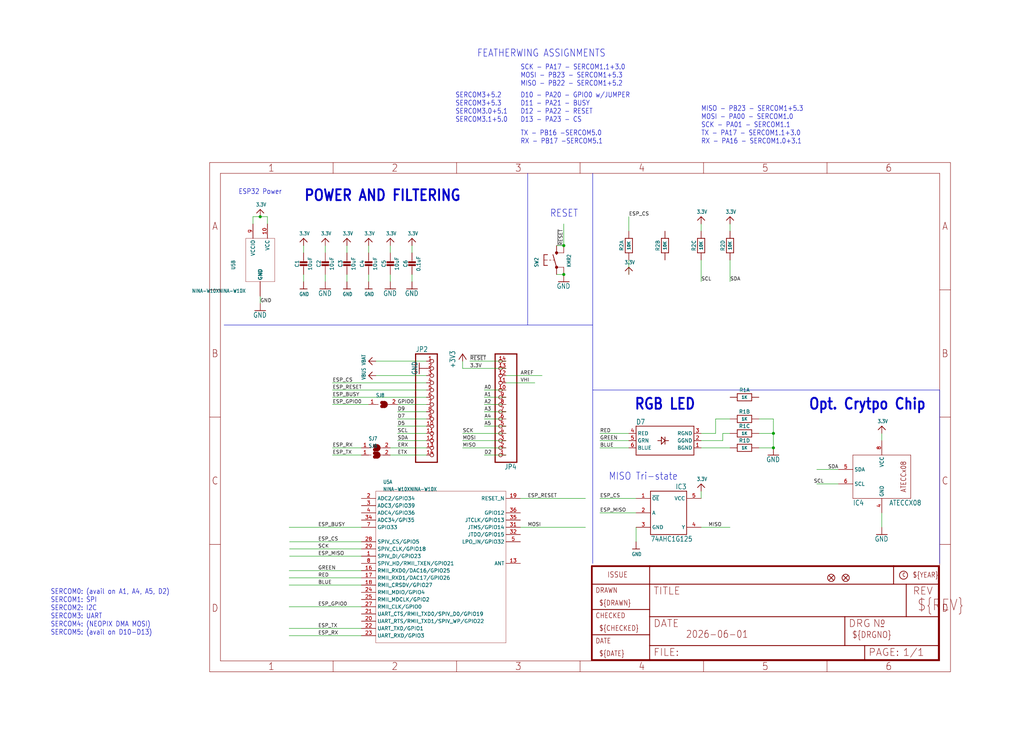
<source format=kicad_sch>
(kicad_sch (version 20230121) (generator eeschema)
  (paper "User" 359.842 257.429)
  (lib_symbols
    (symbol "working-eagle-import:+3V3" (power)
      (property "Value" "+3V3" (at -2.54 -5.08 90))
      (symbol "+3V3_1_0"
        (polyline (pts (xy 0 0) (xy -1.27 -1.905)) (stroke (width 0.254)))
        (polyline (pts (xy 1.27 -1.905) (xy 0 0)) (stroke (width 0.254)))
        (pin power_in line (at 0 -2.54 90) (length 2.54) (name "+3V3") (number "1"))
      )
    )
    (symbol "working-eagle-import:3.3V" (power)
      (property "Value" "3.3V" (at -1.524 1.016 0))
      (symbol "3.3V_1_0"
        (polyline (pts (xy -1.27 -1.27) (xy 0 0)) (stroke (width 0.254)))
        (polyline (pts (xy 0 0) (xy 1.27 -1.27)) (stroke (width 0.254)))
        (pin power_in line (at 0 -2.54 90) (length 2.54) (name "3.3V") (number "1"))
      )
    )
    (symbol "working-eagle-import:74AHC1G125"
      (property "Reference" "IC" (at 7.62 10.16 0))
      (symbol "74AHC1G125_1_0"
        (polyline (pts (xy -5.08 -7.62) (xy -5.08 7.62)) (stroke (width 0.254)))
        (polyline (pts (xy -5.08 7.62) (xy 7.62 7.62)) (stroke (width 0.254)))
        (polyline (pts (xy 7.62 -7.62) (xy -5.08 -7.62)) (stroke (width 0.254)))
        (polyline (pts (xy 7.62 7.62) (xy 7.62 -7.62)) (stroke (width 0.254)))
        (pin input line (at -10.16 5.08 0) (length 5.08) (name "~{OE}") (number "1"))
        (pin input line (at -10.16 0 0) (length 5.08) (name "A") (number "2"))
        (pin power_in line (at -10.16 -5.08 0) (length 5.08) (name "GND") (number "3"))
        (pin output line (at 12.7 -5.08 180) (length 5.08) (name "Y") (number "4"))
        (pin power_in line (at 12.7 5.08 180) (length 5.08) (name "VCC") (number "5"))
      )
    )
    (symbol "working-eagle-import:ATECCX08"
      (property "Reference" "IC" (at -10.16 -10.16 0))
      (symbol "ATECCX08_1_0"
        (polyline (pts (xy -10.16 -7.62) (xy -10.16 7.62)) (stroke (width 0.1524)))
        (polyline (pts (xy -10.16 7.62) (xy 10.16 7.62)) (stroke (width 0.1524)))
        (polyline (pts (xy 10.16 -7.62) (xy -10.16 -7.62)) (stroke (width 0.1524)))
        (polyline (pts (xy 10.16 7.62) (xy 10.16 -7.62)) (stroke (width 0.1524)))
        (text "ATECCx08" (at 7.62 0 900) (effects (font (size 1.778 1.5113))))
        (pin power_in line (at 0 -12.7 90) (length 5.08) (name "GND") (number "4"))
        (pin bidirectional line (at -15.24 2.54 0) (length 5.08) (name "SDA") (number "5"))
        (pin bidirectional line (at -15.24 -2.54 0) (length 5.08) (name "SCL") (number "6"))
        (pin power_in line (at 0 12.7 270) (length 5.08) (name "VCC") (number "8"))
      )
    )
    (symbol "working-eagle-import:CAP_CERAMIC0603_NO"
      (property "Reference" "C" (at -2.29 1.25 90))
      (symbol "CAP_CERAMIC0603_NO_1_0"
        (rectangle (start -1.27 0.508) (end 1.27 1.016) (fill (type outline)))
        (rectangle (start -1.27 1.524) (end 1.27 2.032) (fill (type outline)))
        (polyline (pts (xy 0 0.762) (xy 0 0)) (stroke (width 0.1524)))
        (polyline (pts (xy 0 2.54) (xy 0 1.778)) (stroke (width 0.1524)))
        (pin passive line (at 0 5.08 270) (length 2.54) (name "1") (number "1"))
        (pin passive line (at 0 -2.54 90) (length 2.54) (name "2") (number "2"))
      )
    )
    (symbol "working-eagle-import:CAP_CERAMIC0805-NOOUTLINE"
      (property "Reference" "C" (at -2.29 1.25 90))
      (symbol "CAP_CERAMIC0805-NOOUTLINE_1_0"
        (rectangle (start -1.27 0.508) (end 1.27 1.016) (fill (type outline)))
        (rectangle (start -1.27 1.524) (end 1.27 2.032) (fill (type outline)))
        (polyline (pts (xy 0 0.762) (xy 0 0)) (stroke (width 0.1524)))
        (polyline (pts (xy 0 2.54) (xy 0 1.778)) (stroke (width 0.1524)))
        (pin passive line (at 0 5.08 270) (length 2.54) (name "1") (number "1"))
        (pin passive line (at 0 -2.54 90) (length 2.54) (name "2") (number "2"))
      )
    )
    (symbol "working-eagle-import:FIDUCIAL_1MM"
      (symbol "FIDUCIAL_1MM_1_0"
        (polyline (pts (xy -0.762 0.762) (xy 0.762 -0.762)) (stroke (width 0.254)))
        (polyline (pts (xy 0.762 0.762) (xy -0.762 -0.762)) (stroke (width 0.254)))
        (circle (center 0 0) (radius 1.27) (stroke (width 0.254)))
      )
    )
    (symbol "working-eagle-import:FRAME_A4"
      (symbol "FRAME_A4_1_0"
        (polyline (pts (xy 0 44.7675) (xy 3.81 44.7675)))
        (polyline (pts (xy 0 89.535) (xy 3.81 89.535)))
        (polyline (pts (xy 0 134.3025) (xy 3.81 134.3025)))
        (polyline (pts (xy 3.81 3.81) (xy 3.81 175.26)))
        (polyline (pts (xy 43.3917 0) (xy 43.3917 3.81)))
        (polyline (pts (xy 43.3917 175.26) (xy 43.3917 179.07)))
        (polyline (pts (xy 86.7833 0) (xy 86.7833 3.81)))
        (polyline (pts (xy 86.7833 175.26) (xy 86.7833 179.07)))
        (polyline (pts (xy 130.175 0) (xy 130.175 3.81)))
        (polyline (pts (xy 130.175 175.26) (xy 130.175 179.07)))
        (polyline (pts (xy 173.5667 0) (xy 173.5667 3.81)))
        (polyline (pts (xy 173.5667 175.26) (xy 173.5667 179.07)))
        (polyline (pts (xy 216.9583 0) (xy 216.9583 3.81)))
        (polyline (pts (xy 216.9583 175.26) (xy 216.9583 179.07)))
        (polyline (pts (xy 256.54 3.81) (xy 3.81 3.81)))
        (polyline (pts (xy 256.54 3.81) (xy 256.54 8.89)) (stroke (width 0.1016)))
        (polyline (pts (xy 256.54 3.81) (xy 256.54 175.26)))
        (polyline (pts (xy 256.54 8.89) (xy 256.54 13.97)) (stroke (width 0.1016)))
        (polyline (pts (xy 256.54 13.97) (xy 256.54 19.05)) (stroke (width 0.1016)))
        (polyline (pts (xy 256.54 19.05) (xy 256.54 36.83)) (stroke (width 0.1016)))
        (polyline (pts (xy 256.54 44.7675) (xy 260.35 44.7675)))
        (polyline (pts (xy 256.54 89.535) (xy 260.35 89.535)))
        (polyline (pts (xy 256.54 134.3025) (xy 260.35 134.3025)))
        (polyline (pts (xy 256.54 175.26) (xy 3.81 175.26)))
        (polyline (pts (xy 0 0) (xy 260.35 0) (xy 260.35 179.07) (xy 0 179.07) (xy 0 0)))
        (text "1" (at 21.6958 1.905 0) (effects (font (size 2.54 2.286))))
        (text "1" (at 21.6958 177.165 0) (effects (font (size 2.54 2.286))))
        (text "2" (at 65.0875 1.905 0) (effects (font (size 2.54 2.286))))
        (text "2" (at 65.0875 177.165 0) (effects (font (size 2.54 2.286))))
        (text "3" (at 108.4792 1.905 0) (effects (font (size 2.54 2.286))))
        (text "3" (at 108.4792 177.165 0) (effects (font (size 2.54 2.286))))
        (text "4" (at 151.8708 1.905 0) (effects (font (size 2.54 2.286))))
        (text "4" (at 151.8708 177.165 0) (effects (font (size 2.54 2.286))))
        (text "5" (at 195.2625 1.905 0) (effects (font (size 2.54 2.286))))
        (text "5" (at 195.2625 177.165 0) (effects (font (size 2.54 2.286))))
        (text "6" (at 238.6542 1.905 0) (effects (font (size 2.54 2.286))))
        (text "6" (at 238.6542 177.165 0) (effects (font (size 2.54 2.286))))
        (text "A" (at 1.905 156.6863 0) (effects (font (size 2.54 2.286))))
        (text "A" (at 258.445 156.6863 0) (effects (font (size 2.54 2.286))))
        (text "B" (at 1.905 111.9188 0) (effects (font (size 2.54 2.286))))
        (text "B" (at 258.445 111.9188 0) (effects (font (size 2.54 2.286))))
        (text "C" (at 1.905 67.1513 0) (effects (font (size 2.54 2.286))))
        (text "C" (at 258.445 67.1513 0) (effects (font (size 2.54 2.286))))
        (text "D" (at 1.905 22.3838 0) (effects (font (size 2.54 2.286))))
        (text "D" (at 258.445 22.3838 0) (effects (font (size 2.54 2.286))))
      )
      (symbol "FRAME_A4_2_0"
        (polyline (pts (xy -0.3048 1.5748) (xy 20.0152 1.5748)) (stroke (width 0.6096)))
        (polyline (pts (xy -0.3048 10.4648) (xy -0.3048 1.5748)) (stroke (width 0.6096)))
        (polyline (pts (xy -0.3048 10.4648) (xy 20.0152 10.4648)) (stroke (width 0.3048)))
        (polyline (pts (xy -0.3048 19.3548) (xy -0.3048 10.4648)) (stroke (width 0.6096)))
        (polyline (pts (xy -0.3048 19.3548) (xy 20.0152 19.3548)) (stroke (width 0.3048)))
        (polyline (pts (xy -0.3048 28.2448) (xy -0.3048 19.3548)) (stroke (width 0.6096)))
        (polyline (pts (xy -0.3048 28.2448) (xy 20.0152 28.2448)) (stroke (width 0.3048)))
        (polyline (pts (xy -0.3048 34.5948) (xy -0.3048 28.2448)) (stroke (width 0.6096)))
        (polyline (pts (xy 20.0152 1.5748) (xy 20.0152 6.6548)) (stroke (width 0.3048)))
        (polyline (pts (xy 20.0152 1.5748) (xy 95.5802 1.5748)) (stroke (width 0.6096)))
        (polyline (pts (xy 20.0152 6.6548) (xy 20.0152 10.4648)) (stroke (width 0.3048)))
        (polyline (pts (xy 20.0152 6.6548) (xy 88.5952 6.6548)) (stroke (width 0.3048)))
        (polyline (pts (xy 20.0152 10.4648) (xy 20.0152 16.8148)) (stroke (width 0.3048)))
        (polyline (pts (xy 20.0152 16.8148) (xy 20.0152 19.3548)) (stroke (width 0.3048)))
        (polyline (pts (xy 20.0152 19.3548) (xy 20.0152 28.2448)) (stroke (width 0.3048)))
        (polyline (pts (xy 20.0152 28.2448) (xy 20.0152 34.5948)) (stroke (width 0.3048)))
        (polyline (pts (xy 20.0152 28.2448) (xy 105.7402 28.2448)) (stroke (width 0.3048)))
        (polyline (pts (xy 20.0152 34.5948) (xy -0.3048 34.5948)) (stroke (width 0.6096)))
        (polyline (pts (xy 88.5952 6.6548) (xy 95.5802 6.6548)) (stroke (width 0.3048)))
        (polyline (pts (xy 88.5952 16.8148) (xy 20.0152 16.8148)) (stroke (width 0.3048)))
        (polyline (pts (xy 88.5952 16.8148) (xy 88.5952 6.6548)) (stroke (width 0.3048)))
        (polyline (pts (xy 95.5802 1.5748) (xy 121.6152 1.5748)) (stroke (width 0.6096)))
        (polyline (pts (xy 95.5802 6.6548) (xy 95.5802 1.5748)) (stroke (width 0.3048)))
        (polyline (pts (xy 95.5802 6.6548) (xy 121.6152 6.6548)) (stroke (width 0.3048)))
        (polyline (pts (xy 101.2952 13.3223) (xy 102.2477 13.3223)) (stroke (width 0.254)))
        (polyline (pts (xy 105.7402 28.2448) (xy 105.7402 34.5948)) (stroke (width 0.3048)))
        (polyline (pts (xy 105.7402 28.2448) (xy 110.1852 28.2448)) (stroke (width 0.3048)))
        (polyline (pts (xy 105.7402 34.5948) (xy 20.0152 34.5948)) (stroke (width 0.6096)))
        (polyline (pts (xy 110.1852 16.8148) (xy 88.5952 16.8148)) (stroke (width 0.3048)))
        (polyline (pts (xy 110.1852 28.2448) (xy 110.1852 16.8148)) (stroke (width 0.3048)))
        (polyline (pts (xy 110.1852 28.2448) (xy 121.6152 28.2448)) (stroke (width 0.3048)))
        (polyline (pts (xy 121.6152 6.6548) (xy 121.6152 1.5748)) (stroke (width 0.6096)))
        (polyline (pts (xy 121.6152 16.8148) (xy 110.1852 16.8148)) (stroke (width 0.3048)))
        (polyline (pts (xy 121.6152 16.8148) (xy 121.6152 6.6548)) (stroke (width 0.6096)))
        (polyline (pts (xy 121.6152 28.2448) (xy 121.6152 16.8148)) (stroke (width 0.6096)))
        (polyline (pts (xy 121.6152 34.5948) (xy 105.7402 34.5948)) (stroke (width 0.6096)))
        (polyline (pts (xy 121.6152 34.5948) (xy 121.6152 28.2448)) (stroke (width 0.6096)))
        (circle (center 109.2327 31.4198) (radius 1.4199) (stroke (width 0.254)))
        (text "${#}/${##}" (at 108.9152 2.8448 0) (effects (font (size 2.54 2.54)) (justify left bottom)))
        (text "${CHECKED}" (at 2.2352 11.7348 0) (effects (font (size 1.778 1.5113)) (justify left bottom)))
        (text "${COMPANY}" (at 23.349 29.6735 0) (effects (font (size 3.175 2.6987) (thickness 0.5397) bold) (justify left bottom)))
        (text "${CURRENT_DATE}" (at 32.7152 9.1948 0) (effects (font (size 2.54 2.159)) (justify left bottom)))
        (text "${DATE}" (at 2.2352 2.8448 0) (effects (font (size 1.778 1.5113)) (justify left bottom)))
        (text "${DRAWN}" (at 2.2352 20.6248 0) (effects (font (size 1.778 1.5113)) (justify left bottom)))
        (text "${DRGNO}" (at 91.1352 9.1948 0) (effects (font (size 2.1844 1.8567)) (justify left bottom)))
        (text "${PROJECTNAME}" (at 33.0327 2.8448 0) (effects (font (size 2.54 2.159)) (justify left bottom)))
        (text "${REV}" (at 113.9952 18.7198 0) (effects (font (size 3.81 3.2385)) (justify left bottom)))
        (text "${YEAR}" (at 112.4077 30.4673 0) (effects (font (size 1.778 1.5113)) (justify left bottom)))
        (text "C" (at 108.7564 30.7848 0) (effects (font (size 1.27 1.0795)) (justify left bottom)))
        (text "CHECKED" (at 0.9652 16.1798 0) (effects (font (size 1.778 1.5113)) (justify left bottom)))
        (text "DATE" (at 0.9652 7.2898 0) (effects (font (size 1.778 1.5113)) (justify left bottom)))
        (text "DATE" (at 21.2852 13.0048 0) (effects (font (size 2.54 2.54)) (justify left bottom)))
        (text "DRAWN" (at 0.9652 25.0698 0) (effects (font (size 1.778 1.5113)) (justify left bottom)))
        (text "DRG" (at 89.8652 13.0048 0) (effects (font (size 2.54 2.54)) (justify left bottom)))
        (text "FILE:" (at 21.2852 2.8448 0) (effects (font (size 2.54 2.54)) (justify left bottom)))
        (text "ISSUE" (at 5.0927 30.4673 0) (effects (font (size 1.9304 1.6408)) (justify left bottom)))
        (text "N" (at 98.4377 13.0048 0) (effects (font (size 2.54 2.54)) (justify left bottom)))
        (text "o" (at 100.9777 13.9573 0) (effects (font (size 2.1844 1.8567)) (justify left bottom)))
        (text "PAGE:" (at 96.8502 2.8448 0) (effects (font (size 2.54 2.54)) (justify left bottom)))
        (text "REV" (at 112.4077 24.4348 0) (effects (font (size 2.54 2.54)) (justify left bottom)))
        (text "TITLE" (at 21.2852 24.4348 0) (effects (font (size 2.54 2.54)) (justify left bottom)))
      )
    )
    (symbol "working-eagle-import:GND" (power)
      (property "Value" "GND" (at -1.524 -2.54 0))
      (symbol "GND_1_0"
        (polyline (pts (xy -1.27 0) (xy 1.27 0)) (stroke (width 0.254)))
        (pin power_in line (at 0 2.54 270) (length 2.54) (name "GND") (number "1"))
      )
    )
    (symbol "working-eagle-import:HEADER-1X14"
      (property "Reference" "JP" (at -6.35 20.955 0))
      (symbol "HEADER-1X14_1_0"
        (polyline (pts (xy -6.35 -17.78) (xy 1.27 -17.78)) (stroke (width 0.4064)))
        (polyline (pts (xy -6.35 20.32) (xy -6.35 -17.78)) (stroke (width 0.4064)))
        (polyline (pts (xy 1.27 -17.78) (xy 1.27 20.32)) (stroke (width 0.4064)))
        (polyline (pts (xy 1.27 20.32) (xy -6.35 20.32)) (stroke (width 0.4064)))
        (pin passive inverted (at -2.54 17.78 0) (length 2.54) (name "1") (number "1"))
        (pin passive inverted (at -2.54 -5.08 0) (length 2.54) (name "10") (number "10"))
        (pin passive inverted (at -2.54 -7.62 0) (length 2.54) (name "11") (number "11"))
        (pin passive inverted (at -2.54 -10.16 0) (length 2.54) (name "12") (number "12"))
        (pin passive inverted (at -2.54 -12.7 0) (length 2.54) (name "13") (number "13"))
        (pin passive inverted (at -2.54 -15.24 0) (length 2.54) (name "14") (number "14"))
        (pin passive inverted (at -2.54 15.24 0) (length 2.54) (name "2") (number "2"))
        (pin passive inverted (at -2.54 12.7 0) (length 2.54) (name "3") (number "3"))
        (pin passive inverted (at -2.54 10.16 0) (length 2.54) (name "4") (number "4"))
        (pin passive inverted (at -2.54 7.62 0) (length 2.54) (name "5") (number "5"))
        (pin passive inverted (at -2.54 5.08 0) (length 2.54) (name "6") (number "6"))
        (pin passive inverted (at -2.54 2.54 0) (length 2.54) (name "7") (number "7"))
        (pin passive inverted (at -2.54 0 0) (length 2.54) (name "8") (number "8"))
        (pin passive inverted (at -2.54 -2.54 0) (length 2.54) (name "9") (number "9"))
      )
    )
    (symbol "working-eagle-import:LED_RGB_PLCC63535"
      (property "Reference" "D" (at -10.16 5.588 0))
      (symbol "LED_RGB_PLCC63535_1_0"
        (polyline (pts (xy -10.16 -5.08) (xy -10.16 5.08)) (stroke (width 0.254)))
        (polyline (pts (xy -10.16 5.08) (xy 10.16 5.08)) (stroke (width 0.254)))
        (polyline (pts (xy -1.27 -1.27) (xy 0 0)) (stroke (width 0.254)))
        (polyline (pts (xy -1.27 0) (xy -2.54 0)) (stroke (width 0.254)))
        (polyline (pts (xy -1.27 0) (xy -1.27 -1.27)) (stroke (width 0.254)))
        (polyline (pts (xy -1.27 1.27) (xy -1.27 0)) (stroke (width 0.254)))
        (polyline (pts (xy 0 0) (xy -1.27 1.27)) (stroke (width 0.254)))
        (polyline (pts (xy 0 0) (xy 0 -1.27)) (stroke (width 0.254)))
        (polyline (pts (xy 0 0) (xy 1.27 0)) (stroke (width 0.254)))
        (polyline (pts (xy 0 1.27) (xy 0 0)) (stroke (width 0.254)))
        (polyline (pts (xy 10.16 -5.08) (xy -10.16 -5.08)) (stroke (width 0.254)))
        (polyline (pts (xy 10.16 5.08) (xy 10.16 -5.08)) (stroke (width 0.254)))
        (pin power_in line (at 12.7 -2.54 180) (length 2.54) (name "BGND") (number "1"))
        (pin power_in line (at 12.7 0 180) (length 2.54) (name "GGND") (number "2"))
        (pin power_in line (at 12.7 2.54 180) (length 2.54) (name "RGND") (number "3"))
        (pin bidirectional line (at -12.7 2.54 0) (length 2.54) (name "RED") (number "4"))
        (pin bidirectional line (at -12.7 0 0) (length 2.54) (name "GRN") (number "5"))
        (pin bidirectional line (at -12.7 -2.54 0) (length 2.54) (name "BLUE") (number "6"))
      )
    )
    (symbol "working-eagle-import:NINA-W10XNINA-W10X"
      (property "Reference" "U" (at 2.54 -10.16 0))
      (symbol "NINA-W10XNINA-W10X_1_0"
        (polyline (pts (xy -22.86 -27.94) (xy 22.86 -27.94)) (stroke (width 0.1)))
        (polyline (pts (xy -22.86 25.4) (xy -22.86 -27.94)) (stroke (width 0.1)))
        (polyline (pts (xy 22.86 -27.94) (xy 22.86 25.4)) (stroke (width 0.1)))
        (polyline (pts (xy 22.86 25.4) (xy -22.86 25.4)) (stroke (width 0.1)))
        (pin bidirectional line (at -27.94 2.54 0) (length 5.08) (name "SPIV_DI/GPIO23") (number "1"))
        (pin bidirectional line (at 27.94 0 180) (length 5.08) (name "ANT") (number "13"))
        (pin bidirectional line (at -27.94 -2.54 0) (length 5.08) (name "RMII_RXD0/DAC16/GPIO25") (number "16"))
        (pin bidirectional line (at -27.94 -5.08 0) (length 5.08) (name "RMII_RXD1/DAC17/GPIO26") (number "17"))
        (pin bidirectional line (at -27.94 -7.62 0) (length 5.08) (name "RMII_CRSDV/GPIO27") (number "18"))
        (pin bidirectional line (at 27.94 22.86 180) (length 5.08) (name "RESET_N") (number "19"))
        (pin bidirectional line (at -27.94 22.86 0) (length 5.08) (name "ADC2/GPIO34") (number "2"))
        (pin bidirectional line (at -27.94 -20.32 0) (length 5.08) (name "UART_RTS/RMII_TXD1/SPIV_WP/GPIO22") (number "20"))
        (pin bidirectional line (at -27.94 -17.78 0) (length 5.08) (name "UART_CTS/RMII_TXD0/SPIV_D0/GPIO19") (number "21"))
        (pin bidirectional line (at -27.94 -22.86 0) (length 5.08) (name "UART_TXD/GPIO1") (number "22"))
        (pin bidirectional line (at -27.94 -25.4 0) (length 5.08) (name "UART_RXD/GPIO3") (number "23"))
        (pin bidirectional line (at -27.94 -10.16 0) (length 5.08) (name "RMII_MDIO/GPIO4") (number "24"))
        (pin bidirectional line (at -27.94 -12.7 0) (length 5.08) (name "RMII_MDCLK/GPIO2") (number "25"))
        (pin bidirectional line (at -27.94 -15.24 0) (length 5.08) (name "RMII_CLK/GPIO0") (number "27"))
        (pin bidirectional line (at -27.94 7.62 0) (length 5.08) (name "SPIV_CS/GPIO5") (number "28"))
        (pin bidirectional line (at -27.94 5.08 0) (length 5.08) (name "SPIV_CLK/GPIO18") (number "29"))
        (pin bidirectional line (at -27.94 20.32 0) (length 5.08) (name "ADC3/GPIO39") (number "3"))
        (pin bidirectional line (at 27.94 12.7 180) (length 5.08) (name "JTMS/GPIO14") (number "31"))
        (pin bidirectional line (at 27.94 10.16 180) (length 5.08) (name "JTDO/GPIO15") (number "32"))
        (pin bidirectional line (at -27.94 15.24 0) (length 5.08) (name "ADC34/GPI35") (number "34"))
        (pin bidirectional line (at 27.94 15.24 180) (length 5.08) (name "JTCLK/GPIO13") (number "35"))
        (pin bidirectional line (at 27.94 17.78 180) (length 5.08) (name "GPIO12") (number "36"))
        (pin bidirectional line (at -27.94 17.78 0) (length 5.08) (name "ADC4/GPIO36") (number "4"))
        (pin bidirectional line (at 27.94 7.62 180) (length 5.08) (name "LPO_IN/GPIO32") (number "5"))
        (pin bidirectional line (at -27.94 12.7 0) (length 5.08) (name "GPIO33") (number "7"))
        (pin bidirectional line (at -27.94 0 0) (length 5.08) (name "SPIV_HD/RMII_TXEN/GPIO21") (number "8"))
      )
      (symbol "NINA-W10XNINA-W10X_2_0"
        (polyline (pts (xy -5.08 -7.62) (xy 5.08 -7.62)) (stroke (width 0.1)))
        (polyline (pts (xy -5.08 7.62) (xy -5.08 -7.62)) (stroke (width 0.1)))
        (polyline (pts (xy 5.08 -7.62) (xy 5.08 7.62)) (stroke (width 0.1)))
        (polyline (pts (xy 5.08 7.62) (xy -5.08 7.62)) (stroke (width 0.1)))
        (pin bidirectional line (at 2.54 12.7 270) (length 5.08) (name "VCC") (number "10"))
        (pin bidirectional line (at 0 -12.7 90) (length 5.08) (name "GND") (number "12"))
        (pin bidirectional line (at 0 -12.7 90) (length 5.08) (name "GND") (number "14"))
        (pin bidirectional line (at 0 -12.7 90) (length 5.08) (name "GND") (number "26"))
        (pin bidirectional line (at 0 -12.7 90) (length 5.08) (name "GND") (number "30"))
        (pin bidirectional line (at 0 -12.7 90) (length 5.08) (name "GND") (number "6"))
        (pin bidirectional line (at -2.54 12.7 270) (length 5.08) (name "VCCIO") (number "9"))
        (pin bidirectional line (at 0 -12.7 90) (length 5.08) (name "GND") (number "GND@1"))
        (pin bidirectional line (at 0 -12.7 90) (length 5.08) (name "GND") (number "GND@10"))
        (pin bidirectional line (at 0 -12.7 90) (length 5.08) (name "GND") (number "GND@11"))
        (pin bidirectional line (at 0 -12.7 90) (length 5.08) (name "GND") (number "GND@12"))
        (pin bidirectional line (at 0 -12.7 90) (length 5.08) (name "GND") (number "GND@2"))
        (pin bidirectional line (at 0 -12.7 90) (length 5.08) (name "GND") (number "GND@3"))
        (pin bidirectional line (at 0 -12.7 90) (length 5.08) (name "GND") (number "GND@4"))
        (pin bidirectional line (at 0 -12.7 90) (length 5.08) (name "GND") (number "GND@5"))
        (pin bidirectional line (at 0 -12.7 90) (length 5.08) (name "GND") (number "GND@6"))
        (pin bidirectional line (at 0 -12.7 90) (length 5.08) (name "GND") (number "GND@7"))
        (pin bidirectional line (at 0 -12.7 90) (length 5.08) (name "GND") (number "GND@8"))
        (pin bidirectional line (at 0 -12.7 90) (length 5.08) (name "GND") (number "GND@9"))
      )
    )
    (symbol "working-eagle-import:RESISTOR_4PACK_NO"
      (property "Reference" "R" (at 0 2.54 0))
      (symbol "RESISTOR_4PACK_NO_1_0"
        (polyline (pts (xy -2.54 -1.27) (xy -2.54 1.27)) (stroke (width 0.254)))
        (polyline (pts (xy -2.54 1.27) (xy 2.54 1.27)) (stroke (width 0.254)))
        (polyline (pts (xy 2.54 -1.27) (xy -2.54 -1.27)) (stroke (width 0.254)))
        (polyline (pts (xy 2.54 1.27) (xy 2.54 -1.27)) (stroke (width 0.254)))
        (pin passive line (at -5.08 0 0) (length 2.54) (name "1") (number "1"))
        (pin passive line (at 5.08 0 180) (length 2.54) (name "2") (number "8"))
      )
      (symbol "RESISTOR_4PACK_NO_2_0"
        (polyline (pts (xy -2.54 -1.27) (xy -2.54 1.27)) (stroke (width 0.254)))
        (polyline (pts (xy -2.54 1.27) (xy 2.54 1.27)) (stroke (width 0.254)))
        (polyline (pts (xy 2.54 -1.27) (xy -2.54 -1.27)) (stroke (width 0.254)))
        (polyline (pts (xy 2.54 1.27) (xy 2.54 -1.27)) (stroke (width 0.254)))
        (pin passive line (at -5.08 0 0) (length 2.54) (name "1") (number "2"))
        (pin passive line (at 5.08 0 180) (length 2.54) (name "2") (number "7"))
      )
      (symbol "RESISTOR_4PACK_NO_3_0"
        (polyline (pts (xy -2.54 -1.27) (xy -2.54 1.27)) (stroke (width 0.254)))
        (polyline (pts (xy -2.54 1.27) (xy 2.54 1.27)) (stroke (width 0.254)))
        (polyline (pts (xy 2.54 -1.27) (xy -2.54 -1.27)) (stroke (width 0.254)))
        (polyline (pts (xy 2.54 1.27) (xy 2.54 -1.27)) (stroke (width 0.254)))
        (pin passive line (at -5.08 0 0) (length 2.54) (name "1") (number "3"))
        (pin passive line (at 5.08 0 180) (length 2.54) (name "2") (number "6"))
      )
      (symbol "RESISTOR_4PACK_NO_4_0"
        (polyline (pts (xy -2.54 -1.27) (xy -2.54 1.27)) (stroke (width 0.254)))
        (polyline (pts (xy -2.54 1.27) (xy 2.54 1.27)) (stroke (width 0.254)))
        (polyline (pts (xy 2.54 -1.27) (xy -2.54 -1.27)) (stroke (width 0.254)))
        (polyline (pts (xy 2.54 1.27) (xy 2.54 -1.27)) (stroke (width 0.254)))
        (pin passive line (at -5.08 0 0) (length 2.54) (name "1") (number "4"))
        (pin passive line (at 5.08 0 180) (length 2.54) (name "2") (number "5"))
      )
    )
    (symbol "working-eagle-import:SOLDERJUMPER"
      (property "Reference" "SJ" (at -2.54 2.54 0))
      (symbol "SOLDERJUMPER_1_0"
        (arc (start -0.381 -0.635) (mid 0.2541 -0.0001) (end -0.3808 0.635) (stroke (width 1.27)))
        (polyline (pts (xy -2.54 0) (xy -1.651 0)) (stroke (width 0.1524)))
        (polyline (pts (xy 2.54 0) (xy 1.651 0)) (stroke (width 0.1524)))
        (arc (start 0.3808 -0.635) (mid 1.0132 -0.0001) (end 0.381 0.635) (stroke (width 1.27)))
        (pin passive line (at -5.08 0 0) (length 2.54) (name "1") (number "1"))
        (pin passive line (at 5.08 0 180) (length 2.54) (name "2") (number "2"))
      )
    )
    (symbol "working-eagle-import:SWITCH_TACT_SMT4.6X2.8"
      (property "Reference" "SW" (at -2.54 6.35 0))
      (symbol "SWITCH_TACT_SMT4.6X2.8_1_0"
        (circle (center -2.54 0) (radius 0.127) (stroke (width 0.4064)))
        (polyline (pts (xy -2.54 -2.54) (xy -2.54 0)) (stroke (width 0.1524)))
        (polyline (pts (xy -2.54 0) (xy 1.905 1.27)) (stroke (width 0.254)))
        (polyline (pts (xy -1.905 4.445) (xy -1.905 3.175)) (stroke (width 0.254)))
        (polyline (pts (xy 0 1.27) (xy 0 0.635)) (stroke (width 0.1524)))
        (polyline (pts (xy 0 2.54) (xy 0 1.905)) (stroke (width 0.1524)))
        (polyline (pts (xy 0 4.445) (xy -1.905 4.445)) (stroke (width 0.254)))
        (polyline (pts (xy 0 4.445) (xy 0 3.175)) (stroke (width 0.1524)))
        (polyline (pts (xy 1.905 0) (xy 2.54 0)) (stroke (width 0.254)))
        (polyline (pts (xy 1.905 4.445) (xy 0 4.445)) (stroke (width 0.254)))
        (polyline (pts (xy 1.905 4.445) (xy 1.905 3.175)) (stroke (width 0.254)))
        (polyline (pts (xy 2.54 -2.54) (xy 2.54 0)) (stroke (width 0.1524)))
        (circle (center 2.54 0) (radius 0.127) (stroke (width 0.4064)))
        (pin passive line (at -5.08 0 0) (length 2.54) (name "P") (number "A"))
        (pin passive line (at -5.08 -2.54 0) (length 2.54) (name "P1") (number "A'"))
        (pin passive line (at 5.08 0 180) (length 2.54) (name "S") (number "B"))
        (pin passive line (at 5.08 -2.54 180) (length 2.54) (name "S1") (number "B'"))
      )
    )
    (symbol "working-eagle-import:SparkFun-Aesthetics_GND" (power)
      (property "Value" "SparkFun-Aesthetics_GND" (at -2.54 -2.54 0))
      (symbol "SparkFun-Aesthetics_GND_1_0"
        (polyline (pts (xy -1.905 0) (xy 1.905 0)) (stroke (width 0.254)))
        (pin power_in line (at 0 2.54 270) (length 2.54) (name "GND") (number "1"))
      )
    )
    (symbol "working-eagle-import:VBAT" (power)
      (property "Value" "VBAT" (at -1.524 1.016 0))
      (symbol "VBAT_1_0"
        (polyline (pts (xy -1.27 -1.27) (xy 0 0)) (stroke (width 0.254)))
        (polyline (pts (xy 0 0) (xy 1.27 -1.27)) (stroke (width 0.254)))
        (pin power_in line (at 0 -2.54 90) (length 2.54) (name "VBAT") (number "1"))
      )
    )
    (symbol "working-eagle-import:VBUS" (power)
      (property "Value" "VBUS" (at -1.524 1.016 0))
      (symbol "VBUS_1_0"
        (polyline (pts (xy -1.27 -1.27) (xy 0 0)) (stroke (width 0.254)))
        (polyline (pts (xy 0 0) (xy 1.27 -1.27)) (stroke (width 0.254)))
        (pin power_in line (at 0 -2.54 90) (length 2.54) (name "VBUS") (number "1"))
      )
    )
    (symbol "working-eagle-import:supply1_GND" (power)
      (property "Value" "supply1_GND" (at -2.54 -2.54 0))
      (symbol "supply1_GND_1_0"
        (polyline (pts (xy -1.905 0) (xy 1.905 0)) (stroke (width 0.254)))
        (pin power_in line (at 0 2.54 270) (length 2.54) (name "GND") (number "1"))
      )
    )
  )
  (junction (at 271.78 152.4))
  (junction (at 91.44 76.2))
  (junction (at 198.12 86.36))
  (junction (at 271.78 157.48))
  (junction (at 198.12 96.52))
  (wire (pts (xy 149.86 157.48) (xy 137.16 157.48)) (stroke (width 0.1524)))
  (wire (pts (xy 246.38 152.4) (xy 251.46 152.4)) (stroke (width 0.1524)))
  (polyline (pts (xy 330.2 137.16) (xy 208.28 137.16)) (stroke (width 0.1524) (type solid)))
  (wire (pts (xy 88.9 78.74) (xy 88.9 76.2)) (stroke (width 0.1524)))
  (polyline (pts (xy 78.74 114.3) (xy 185.42 114.3)) (stroke (width 0.1524) (type solid)))
  (wire (pts (xy 127 195.58) (xy 101.7524 195.58)) (stroke (width 0.1524)))
  (wire (pts (xy 162.56 129.54) (xy 177.8 129.54)) (stroke (width 0.1524)))
  (wire (pts (xy 256.54 152.4) (xy 254 152.4)) (stroke (width 0.1524)))
  (wire (pts (xy 271.78 157.48) (xy 271.78 152.4)) (stroke (width 0.1524)))
  (wire (pts (xy 162.56 157.48) (xy 177.8 157.48)) (stroke (width 0.1524)))
  (polyline (pts (xy 208.28 137.16) (xy 208.28 114.3)) (stroke (width 0.1524) (type solid)))
  (wire (pts (xy 195.58 96.52) (xy 198.12 96.52)) (stroke (width 0.1524)))
  (wire (pts (xy 256.54 78.74) (xy 256.54 81.28)) (stroke (width 0.1524)))
  (wire (pts (xy 223.52 185.42) (xy 223.52 190.5)) (stroke (width 0.1524)))
  (wire (pts (xy 129.54 86.36) (xy 129.54 88.9)) (stroke (width 0.1524)))
  (wire (pts (xy 149.86 132.08) (xy 132.08 132.08)) (stroke (width 0.1524)))
  (wire (pts (xy 149.86 134.62) (xy 116.84 134.62)) (stroke (width 0.1524)))
  (wire (pts (xy 254 152.4) (xy 254 154.94)) (stroke (width 0.1524)))
  (wire (pts (xy 127 223.52) (xy 101.6 223.52)) (stroke (width 0.1524)))
  (wire (pts (xy 210.82 175.26) (xy 223.52 175.26)) (stroke (width 0.1524)))
  (wire (pts (xy 177.8 154.94) (xy 162.56 154.94)) (stroke (width 0.1524)))
  (wire (pts (xy 127 157.48) (xy 116.84 157.48)) (stroke (width 0.1524)))
  (wire (pts (xy 177.8 132.08) (xy 190.5 132.08)) (stroke (width 0.1524)))
  (wire (pts (xy 246.38 78.74) (xy 246.38 81.28)) (stroke (width 0.1524)))
  (wire (pts (xy 198.12 86.36) (xy 195.58 86.36)) (stroke (width 0.1524)))
  (wire (pts (xy 121.92 86.36) (xy 121.92 88.9)) (stroke (width 0.1524)))
  (wire (pts (xy 266.7 147.32) (xy 271.78 147.32)) (stroke (width 0.1524)))
  (wire (pts (xy 127 185.42) (xy 101.6 185.42)) (stroke (width 0.1524)))
  (wire (pts (xy 177.8 147.32) (xy 170.18 147.32)) (stroke (width 0.1524)))
  (wire (pts (xy 251.46 152.4) (xy 251.46 147.32)) (stroke (width 0.1524)))
  (wire (pts (xy 127 220.98) (xy 101.6 220.98)) (stroke (width 0.1524)))
  (wire (pts (xy 116.84 160.02) (xy 127 160.02)) (stroke (width 0.1524)))
  (wire (pts (xy 91.44 76.2) (xy 93.98 76.2)) (stroke (width 0.1524)))
  (wire (pts (xy 127 205.74) (xy 101.6 205.74)) (stroke (width 0.1524)))
  (polyline (pts (xy 185.42 114.3) (xy 185.42 60.96)) (stroke (width 0.1524) (type solid)))
  (wire (pts (xy 220.98 81.28) (xy 220.98 76.2)) (stroke (width 0.1524)))
  (wire (pts (xy 177.8 134.62) (xy 187.96 134.62)) (stroke (width 0.1524)))
  (wire (pts (xy 127 193.04) (xy 101.7524 193.04)) (stroke (width 0.1524)))
  (wire (pts (xy 149.86 149.86) (xy 139.7 149.86)) (stroke (width 0.1524)))
  (wire (pts (xy 246.38 172.72) (xy 246.38 175.26)) (stroke (width 0.1524)))
  (wire (pts (xy 177.8 160.02) (xy 170.18 160.02)) (stroke (width 0.1524)))
  (wire (pts (xy 106.68 96.52) (xy 106.68 99.06)) (stroke (width 0.1524)))
  (wire (pts (xy 210.82 180.34) (xy 223.52 180.34)) (stroke (width 0.1524)))
  (wire (pts (xy 294.64 170.18) (xy 287.02 170.18)) (stroke (width 0.1524)))
  (wire (pts (xy 170.18 144.78) (xy 177.8 144.78)) (stroke (width 0.1524)))
  (wire (pts (xy 294.64 165.1) (xy 287.02 165.1)) (stroke (width 0.1524)))
  (wire (pts (xy 177.8 127) (xy 165.1 127)) (stroke (width 0.1524)))
  (wire (pts (xy 121.92 96.52) (xy 121.92 99.06)) (stroke (width 0.1524)))
  (wire (pts (xy 170.18 149.86) (xy 177.8 149.86)) (stroke (width 0.1524)))
  (polyline (pts (xy 208.28 114.3) (xy 185.42 114.3)) (stroke (width 0.1524) (type solid)))
  (wire (pts (xy 271.78 147.32) (xy 271.78 152.4)) (stroke (width 0.1524)))
  (wire (pts (xy 114.3 86.36) (xy 114.3 88.9)) (stroke (width 0.1524)))
  (wire (pts (xy 106.68 86.36) (xy 106.68 88.9)) (stroke (width 0.1524)))
  (wire (pts (xy 177.8 137.16) (xy 170.18 137.16)) (stroke (width 0.1524)))
  (wire (pts (xy 144.78 86.36) (xy 144.78 88.9)) (stroke (width 0.1524)))
  (wire (pts (xy 177.8 152.4) (xy 162.56 152.4)) (stroke (width 0.1524)))
  (wire (pts (xy 210.82 157.48) (xy 220.98 157.48)) (stroke (width 0.1524)))
  (wire (pts (xy 177.8 142.24) (xy 170.18 142.24)) (stroke (width 0.1524)))
  (wire (pts (xy 266.7 157.48) (xy 271.78 157.48)) (stroke (width 0.1524)))
  (wire (pts (xy 137.16 99.06) (xy 137.16 96.52)) (stroke (width 0.1524)))
  (wire (pts (xy 182.88 185.42) (xy 205.74 185.42)) (stroke (width 0.1524)))
  (wire (pts (xy 93.98 78.74) (xy 93.98 76.2)) (stroke (width 0.1524)))
  (wire (pts (xy 271.78 152.4) (xy 266.7 152.4)) (stroke (width 0.1524)))
  (wire (pts (xy 246.38 91.44) (xy 246.38 99.06)) (stroke (width 0.1524)))
  (wire (pts (xy 129.54 99.06) (xy 129.54 96.52)) (stroke (width 0.1524)))
  (wire (pts (xy 149.86 152.4) (xy 139.7 152.4)) (stroke (width 0.1524)))
  (wire (pts (xy 162.56 127) (xy 162.56 129.54)) (stroke (width 0.1524)))
  (wire (pts (xy 309.88 185.42) (xy 309.88 180.34)) (stroke (width 0.1524)))
  (wire (pts (xy 144.78 96.52) (xy 144.78 99.06)) (stroke (width 0.1524)))
  (wire (pts (xy 139.7 147.32) (xy 149.86 147.32)) (stroke (width 0.1524)))
  (wire (pts (xy 210.82 154.94) (xy 220.98 154.94)) (stroke (width 0.1524)))
  (wire (pts (xy 182.88 175.26) (xy 205.74 175.26)) (stroke (width 0.1524)))
  (wire (pts (xy 251.46 147.32) (xy 256.54 147.32)) (stroke (width 0.1524)))
  (wire (pts (xy 114.3 99.06) (xy 114.3 96.52)) (stroke (width 0.1524)))
  (wire (pts (xy 246.38 185.42) (xy 256.54 185.42)) (stroke (width 0.1524)))
  (wire (pts (xy 91.44 104.14) (xy 91.44 106.68)) (stroke (width 0.1524)))
  (wire (pts (xy 127 203.2) (xy 101.6 203.2)) (stroke (width 0.1524)))
  (wire (pts (xy 256.54 91.44) (xy 256.54 99.06)) (stroke (width 0.1524)))
  (wire (pts (xy 254 154.94) (xy 246.38 154.94)) (stroke (width 0.1524)))
  (wire (pts (xy 220.98 91.44) (xy 220.98 96.52)) (stroke (width 0.1524)))
  (wire (pts (xy 139.7 154.94) (xy 149.86 154.94)) (stroke (width 0.1524)))
  (wire (pts (xy 116.84 137.16) (xy 149.86 137.16)) (stroke (width 0.1524)))
  (wire (pts (xy 127 213.36) (xy 101.6 213.36)) (stroke (width 0.1524)))
  (polyline (pts (xy 208.28 198.12) (xy 208.28 137.16)) (stroke (width 0.1524) (type solid)))
  (wire (pts (xy 256.54 157.48) (xy 246.38 157.48)) (stroke (width 0.1524)))
  (polyline (pts (xy 330.2 198.12) (xy 330.2 137.16)) (stroke (width 0.1524) (type solid)))
  (wire (pts (xy 309.88 152.4) (xy 309.88 154.94)) (stroke (width 0.1524)))
  (wire (pts (xy 198.12 78.74) (xy 198.12 86.36)) (stroke (width 0.1524)))
  (wire (pts (xy 116.84 142.24) (xy 129.54 142.24)) (stroke (width 0.1524)))
  (wire (pts (xy 149.86 144.78) (xy 139.7 144.78)) (stroke (width 0.1524)))
  (wire (pts (xy 137.16 160.02) (xy 149.86 160.02)) (stroke (width 0.1524)))
  (wire (pts (xy 149.86 139.7) (xy 116.84 139.7)) (stroke (width 0.1524)))
  (wire (pts (xy 137.16 86.36) (xy 137.16 88.9)) (stroke (width 0.1524)))
  (wire (pts (xy 210.82 152.4) (xy 220.98 152.4)) (stroke (width 0.1524)))
  (wire (pts (xy 139.7 142.24) (xy 149.86 142.24)) (stroke (width 0.1524)))
  (wire (pts (xy 88.9 76.2) (xy 91.44 76.2)) (stroke (width 0.1524)))
  (wire (pts (xy 132.08 127) (xy 149.86 127)) (stroke (width 0.1524)))
  (wire (pts (xy 127 200.66) (xy 101.6 200.66)) (stroke (width 0.1524)))
  (polyline (pts (xy 208.28 114.3) (xy 208.28 60.96)) (stroke (width 0.1524) (type solid)))
  (wire (pts (xy 170.18 139.7) (xy 177.8 139.7)) (stroke (width 0.1524)))
  (wire (pts (xy 127 190.5) (xy 101.7524 190.5)) (stroke (width 0.1524)))
  (text "SERCOM0: (avail on A1, A4, A5, D2)\nSERCOM1: SPI\nSERCOM2: I2C\nSERCOM3: UART\nSERCOM4: (NEOPIX DMA MOSI)\nSERCOM5: (avail on D10-D13)" (at 17.78 223.52 0) (effects (font (size 1.778 1.5113)) (justify left bottom)))
  (text "SERCOM3+5.2\nSERCOM3+5.3\nSERCOM3.0+5.1\nSERCOM3.1+5.0" (at 160.02 43.18 0) (effects (font (size 1.778 1.5113)) (justify left bottom)))
  (text "D10 - PA20 - GPIO0 w/JUMPER\nD11 - PA21 - BUSY\nD12 - PA22 - RESET\nD13 - PA23 - CS" (at 182.88 43.18 0) (effects (font (size 1.778 1.5113)) (justify left bottom)))
  (text "MISO - PB23 - SERCOM1+5.3\nMOSI - PA00 - SERCOM1.0\nSCK - PA01 - SERCOM1.1\nTX - PA17 - SERCOM1.1+3.0\nRX - PA16 - SERCOM1.0+3.1" (at 246.38 50.8 0) (effects (font (size 1.778 1.5113)) (justify left bottom)))
  (text "Opt. Crytpo Chip" (at 304.8 142.24 0) (effects (font (size 3.81 3.2385) (thickness 0.6477) bold)))
  (text "MISO Tri-state" (at 226.06 167.64 0) (effects (font (size 2.54 2.159))))
  (text "RESET" (at 203.2 73.66 0) (effects (font (size 2.54 2.159)) (justify right top)))
  (text "SCK - PA17 - SERCOM1.1+3.0\nMOSI - PB23 - SERCOM1+5.3\nMISO - PB22 - SERCOM1+5.2" (at 182.88 30.48 0) (effects (font (size 1.778 1.5113)) (justify left bottom)))
  (text "RGB LED" (at 233.68 142.24 0) (effects (font (size 3.81 3.2385) (thickness 0.6477) bold)))
  (text "POWER AND FILTERING" (at 106.68 71.12 0) (effects (font (size 3.81 3.2385) (thickness 0.6477) bold) (justify left bottom)))
  (text "TX - PB16 -SERCOM5.0\nRX - PB17 -SERCOM5.1" (at 182.88 50.8 0) (effects (font (size 1.778 1.5113)) (justify left bottom)))
  (text "FEATHERWING ASSIGNMENTS" (at 167.64 20.32 0) (effects (font (size 2.54 2.159)) (justify left bottom)))
  (text "ESP32 Power" (at 83.82 68.58 0) (effects (font (size 1.778 1.5113)) (justify left bottom)))
  (label "ESP_BUSY" (at 111.76 185.42 0) (effects (font (size 1.2446 1.2446))))
  (label "RED" (at 210.82 152.4 0) (effects (font (size 1.2446 1.2446))))
  (label "GPIO0" (at 139.7 142.24 0) (effects (font (size 1.2446 1.2446))))
  (label "ESP_GPIO0" (at 116.84 142.24 0) (effects (font (size 1.2446 1.2446))))
  (label "VHI" (at 182.88 134.62 0) (effects (font (size 1.2446 1.2446))))
  (label "~{RESET}" (at 165.1 127 0) (effects (font (size 1.2446 1.2446))))
  (label "A3" (at 170.18 144.78 0) (effects (font (size 1.2446 1.2446))))
  (label "ESP_MISO" (at 210.82 180.34 0) (effects (font (size 1.2446 1.2446))))
  (label "MOSI" (at 185.42 185.42 0) (effects (font (size 1.2446 1.2446))))
  (label "SCL" (at 139.7 152.4 0) (effects (font (size 1.2446 1.2446))))
  (label "SCL" (at 289.56 170.18 180) (effects (font (size 1.2446 1.2446))))
  (label "MOSI" (at 162.56 154.94 0) (effects (font (size 1.2446 1.2446))))
  (label "ESP_CS" (at 210.82 175.26 0) (effects (font (size 1.2446 1.2446))))
  (label "SCK" (at 162.56 152.4 0) (effects (font (size 1.2446 1.2446))))
  (label "ESP_RESET" (at 116.84 137.16 0) (effects (font (size 1.2446 1.2446))))
  (label "ESP_CS" (at 220.98 76.2 0) (effects (font (size 1.2446 1.2446))))
  (label "SDA" (at 294.64 165.1 180) (effects (font (size 1.2446 1.2446))))
  (label "MISO" (at 162.56 157.48 0) (effects (font (size 1.2446 1.2446))))
  (label "AREF" (at 182.88 132.08 0) (effects (font (size 1.2446 1.2446))))
  (label "GREEN" (at 210.82 154.94 0) (effects (font (size 1.2446 1.2446))))
  (label "A2" (at 170.18 142.24 0) (effects (font (size 1.2446 1.2446))))
  (label "3.3V" (at 165.1 129.54 0) (effects (font (size 1.2446 1.2446))))
  (label "ESP_BUSY" (at 116.84 139.7 0) (effects (font (size 1.2446 1.2446))))
  (label "A0" (at 170.18 137.16 0) (effects (font (size 1.2446 1.2446))))
  (label "ETX" (at 139.7 160.02 0) (effects (font (size 1.2446 1.2446))))
  (label "ESP_TX" (at 116.84 160.02 0) (effects (font (size 1.2446 1.2446))))
  (label "SDA" (at 139.7 154.94 0) (effects (font (size 1.2446 1.2446))))
  (label "MISO" (at 248.92 185.42 0) (effects (font (size 1.2446 1.2446))))
  (label "A1" (at 170.18 139.7 0) (effects (font (size 1.2446 1.2446))))
  (label "ESP_TX" (at 111.76 220.98 0) (effects (font (size 1.2446 1.2446))))
  (label "SCK" (at 111.76 193.04 0) (effects (font (size 1.2446 1.2446))))
  (label "D9" (at 139.7 144.78 0) (effects (font (size 1.2446 1.2446))))
  (label "GND" (at 91.44 106.68 0) (effects (font (size 1.2446 1.2446))))
  (label "SCL" (at 246.38 99.06 0) (effects (font (size 1.2446 1.2446))))
  (label "ESP_GPIO0" (at 111.76 213.36 0) (effects (font (size 1.2446 1.2446))))
  (label "ERX" (at 139.7 157.48 0) (effects (font (size 1.2446 1.2446))))
  (label "ESP_MISO" (at 111.76 195.58 0) (effects (font (size 1.2446 1.2446))))
  (label "ESP_RX" (at 111.76 223.52 0) (effects (font (size 1.2446 1.2446))))
  (label "RED" (at 111.76 203.2 0) (effects (font (size 1.2446 1.2446))))
  (label "ESP_RESET" (at 185.42 175.26 0) (effects (font (size 1.2446 1.2446))))
  (label "D2" (at 170.18 160.02 0) (effects (font (size 1.2446 1.2446))))
  (label "SDA" (at 256.54 99.06 0) (effects (font (size 1.2446 1.2446))))
  (label "BLUE" (at 210.82 157.48 0) (effects (font (size 1.2446 1.2446))))
  (label "D7" (at 139.7 147.32 0) (effects (font (size 1.2446 1.2446))))
  (label "ESP_CS" (at 111.76 190.5 0) (effects (font (size 1.2446 1.2446))))
  (label "BLUE" (at 111.76 205.74 0) (effects (font (size 1.2446 1.2446))))
  (label "ESP_CS" (at 116.84 134.62 0) (effects (font (size 1.2446 1.2446))))
  (label "A4" (at 170.18 147.32 0) (effects (font (size 1.2446 1.2446))))
  (label "A5" (at 170.18 149.86 0) (effects (font (size 1.2446 1.2446))))
  (label "~{RESET}" (at 198.12 86.36 90) (effects (font (size 1.2446 1.2446))))
  (label "GREEN" (at 111.76 200.66 0) (effects (font (size 1.2446 1.2446))))
  (label "ESP_RX" (at 116.84 157.48 0) (effects (font (size 1.2446 1.2446))))
  (label "D5" (at 139.7 149.86 0) (effects (font (size 1.2446 1.2446))))
  (symbol (lib_id "working-eagle-import:HEADER-1X14") (at 152.4 144.78 0) (unit 1)
    (property "Reference" "JP2" (at 146.05 123.825 0) (effects (font (size 1.778 1.5113)) (justify left bottom)))
    (property "Value" "HEADER-1X14" (effects hide))
    (property "Footprint" "working:1X14_ROUND70" (effects hide))
  )
  (symbol (lib_id "working-eagle-import:supply1_GND") (at 137.16 101.6 0) (unit 1)
    (property "Reference" "#GND11" (effects hide))
    (property "Value" "GND" (at 134.62 104.14 0) (effects (font (size 1.778 1.5113)) (justify left bottom)))
  )
  (symbol (lib_id "working-eagle-import:NINA-W10XNINA-W10X") (at 91.44 91.44 0) (unit 2)
    (property "Reference" "U5" (at 81.28 91.44 90) (effects (font (size 1.27 1.0795)) (justify right top)))
    (property "Value" "NINA-W10XNINA-W10X" (at 86.36 101.6 0) (effects (font (size 1.27 1.0795)) (justify right top)))
    (property "Footprint" "working:ARDUINO-UCS&SOCS_NINA-W1X" (effects hide))
  )
  (symbol (lib_id "working-eagle-import:RESISTOR_4PACK_NO") (at 233.68 86.36 90) (unit 2)
    (property "Reference" "R2" (at 231.14 86.36 0))
    (property "Value" "10K" (at 233.68 86.36 0) (effects (font (size 1.016 1.016) bold)))
    (property "Footprint" "working:RESPACK_4X0603_NO" (effects hide))
  )
  (symbol (lib_id "working-eagle-import:CAP_CERAMIC0805-NOOUTLINE") (at 129.54 93.98 0) (unit 1)
    (property "Reference" "C4" (at 127.25 92.73 90))
    (property "Value" "10uF" (at 131.84 92.73 90))
    (property "Footprint" "working:0805-NO" (effects hide))
  )
  (symbol (lib_id "working-eagle-import:RESISTOR_4PACK_NO") (at 220.98 86.36 90) (unit 1)
    (property "Reference" "R2" (at 218.44 86.36 0))
    (property "Value" "10K" (at 220.98 86.36 0) (effects (font (size 1.016 1.016) bold)))
    (property "Footprint" "working:RESPACK_4X0603_NO" (effects hide))
  )
  (symbol (lib_id "working-eagle-import:supply1_GND") (at 114.3 101.6 0) (unit 1)
    (property "Reference" "#GND4" (effects hide))
    (property "Value" "GND" (at 111.76 104.14 0) (effects (font (size 1.778 1.5113)) (justify left bottom)))
  )
  (symbol (lib_id "working-eagle-import:3.3V") (at 309.88 149.86 0) (unit 1)
    (property "Reference" "#U$59" (effects hide))
    (property "Value" "3.3V" (at 308.356 148.844 0) (effects (font (size 1.27 1.0795)) (justify left bottom)))
  )
  (symbol (lib_id "working-eagle-import:FIDUCIAL_1MM") (at 292.1 203.2 0) (unit 1)
    (property "Reference" "U$35" (effects hide))
    (property "Value" "FIDUCIAL_1MM" (effects hide))
    (property "Footprint" "working:FIDUCIAL_1MM" (effects hide))
  )
  (symbol (lib_id "working-eagle-import:VBAT") (at 129.54 127 90) (unit 1)
    (property "Reference" "#U$20" (effects hide))
    (property "Value" "VBAT" (at 128.524 128.524 0) (effects (font (size 1.27 1.0795)) (justify left bottom)))
  )
  (symbol (lib_id "working-eagle-import:supply1_GND") (at 271.78 160.02 0) (unit 1)
    (property "Reference" "#GND17" (effects hide))
    (property "Value" "GND" (at 269.24 162.56 0) (effects (font (size 1.778 1.5113)) (justify left bottom)))
  )
  (symbol (lib_id "working-eagle-import:supply1_GND") (at 147.32 129.54 270) (unit 1)
    (property "Reference" "#GND2" (effects hide))
    (property "Value" "GND" (at 144.78 127 0) (effects (font (size 1.778 1.5113)) (justify left bottom)))
  )
  (symbol (lib_id "working-eagle-import:3.3V") (at 106.68 83.82 0) (unit 1)
    (property "Reference" "#U$3" (effects hide))
    (property "Value" "3.3V" (at 105.156 82.804 0) (effects (font (size 1.27 1.0795)) (justify left bottom)))
  )
  (symbol (lib_id "working-eagle-import:RESISTOR_4PACK_NO") (at 261.62 152.4 0) (unit 3)
    (property "Reference" "R1" (at 261.62 149.86 0))
    (property "Value" "1K" (at 261.62 152.4 0) (effects (font (size 1.016 1.016) bold)))
    (property "Footprint" "working:RESPACK_4X0603_NO" (effects hide))
  )
  (symbol (lib_id "working-eagle-import:GND") (at 121.92 101.6 0) (unit 1)
    (property "Reference" "#U$47" (effects hide))
    (property "Value" "GND" (at 120.396 104.14 0) (effects (font (size 1.27 1.0795)) (justify left bottom)))
  )
  (symbol (lib_id "working-eagle-import:supply1_GND") (at 91.44 109.22 0) (unit 1)
    (property "Reference" "#GND3" (effects hide))
    (property "Value" "GND" (at 88.9 111.76 0) (effects (font (size 1.778 1.5113)) (justify left bottom)))
  )
  (symbol (lib_id "working-eagle-import:SWITCH_TACT_SMT4.6X2.8") (at 195.58 91.44 90) (unit 1)
    (property "Reference" "SW2" (at 189.23 93.98 0) (effects (font (size 1.27 1.0795)) (justify left bottom)))
    (property "Value" "KMR2" (at 200.66 93.98 0) (effects (font (size 1.27 1.0795)) (justify left bottom)))
    (property "Footprint" "working:BTN_KMR2_4.6X2.8" (effects hide))
  )
  (symbol (lib_id "working-eagle-import:supply1_GND") (at 144.78 101.6 0) (unit 1)
    (property "Reference" "#GND16" (effects hide))
    (property "Value" "GND" (at 142.24 104.14 0) (effects (font (size 1.778 1.5113)) (justify left bottom)))
  )
  (symbol (lib_id "working-eagle-import:3.3V") (at 246.38 76.2 0) (unit 1)
    (property "Reference" "#U$5" (effects hide))
    (property "Value" "3.3V" (at 244.856 75.184 0) (effects (font (size 1.27 1.0795)) (justify left bottom)))
  )
  (symbol (lib_id "working-eagle-import:+3V3") (at 162.56 124.46 0) (unit 1)
    (property "Reference" "#+3V1" (effects hide))
    (property "Value" "+3V3" (at 160.02 129.54 90) (effects (font (size 1.778 1.5113)) (justify left bottom)))
  )
  (symbol (lib_id "working-eagle-import:NINA-W10XNINA-W10X") (at 154.94 198.12 0) (unit 1)
    (property "Reference" "U5" (at 134.62 170.18 0) (effects (font (size 1.27 1.0795)) (justify left bottom)))
    (property "Value" "NINA-W10XNINA-W10X" (at 134.62 172.72 0) (effects (font (size 1.27 1.0795)) (justify left bottom)))
    (property "Footprint" "working:ARDUINO-UCS&SOCS_NINA-W1X" (effects hide))
  )
  (symbol (lib_id "working-eagle-import:VBUS") (at 129.54 132.08 90) (unit 1)
    (property "Reference" "#U$19" (effects hide))
    (property "Value" "VBUS" (at 128.524 133.604 0) (effects (font (size 1.27 1.0795)) (justify left bottom)))
  )
  (symbol (lib_id "working-eagle-import:74AHC1G125") (at 233.68 180.34 0) (unit 1)
    (property "Reference" "IC3" (at 241.3 170.18 0) (effects (font (size 1.778 1.5113)) (justify right top)))
    (property "Value" "74AHC1G125" (at 228.6 190.5 0) (effects (font (size 1.778 1.5113)) (justify left bottom)))
    (property "Footprint" "working:SOT23-5L" (effects hide))
  )
  (symbol (lib_id "working-eagle-import:FRAME_A4") (at 208.28 233.68 0) (unit 2)
    (property "Reference" "#FRAME1" (effects hide))
    (property "Value" "FRAME_A4" (effects hide))
  )
  (symbol (lib_id "working-eagle-import:SOLDERJUMPER") (at 132.08 160.02 0) (unit 1)
    (property "Reference" "SJ6" (at 129.54 157.48 0) (effects (font (size 1.27 1.0795)) (justify left bottom)))
    (property "Value" "SOLDERJUMPER" (effects hide))
    (property "Footprint" "working:SOLDERJUMPER_ARROW_NOPASTE" (effects hide))
  )
  (symbol (lib_id "working-eagle-import:CAP_CERAMIC0805-NOOUTLINE") (at 121.92 93.98 0) (unit 1)
    (property "Reference" "C3" (at 119.63 92.73 90))
    (property "Value" "10uF" (at 124.22 92.73 90))
    (property "Footprint" "working:0805-NO" (effects hide))
  )
  (symbol (lib_id "working-eagle-import:CAP_CERAMIC0805-NOOUTLINE") (at 114.3 93.98 0) (unit 1)
    (property "Reference" "C2" (at 112.01 92.73 90))
    (property "Value" "10uF" (at 116.6 92.73 90))
    (property "Footprint" "working:0805-NO" (effects hide))
  )
  (symbol (lib_id "working-eagle-import:3.3V") (at 114.3 83.82 0) (unit 1)
    (property "Reference" "#U$4" (effects hide))
    (property "Value" "3.3V" (at 112.776 82.804 0) (effects (font (size 1.27 1.0795)) (justify left bottom)))
  )
  (symbol (lib_id "working-eagle-import:HEADER-1X14") (at 175.26 142.24 180) (unit 1)
    (property "Reference" "JP4" (at 181.61 163.195 0) (effects (font (size 1.778 1.5113)) (justify left bottom)))
    (property "Value" "HEADER-1X14" (effects hide))
    (property "Footprint" "working:1X14_ROUND70" (effects hide))
  )
  (symbol (lib_id "working-eagle-import:CAP_CERAMIC0805-NOOUTLINE") (at 137.16 93.98 0) (unit 1)
    (property "Reference" "C5" (at 134.87 92.73 90))
    (property "Value" "10uF" (at 139.46 92.73 90))
    (property "Footprint" "working:0805-NO" (effects hide))
  )
  (symbol (lib_id "working-eagle-import:3.3V") (at 121.92 83.82 0) (unit 1)
    (property "Reference" "#U$51" (effects hide))
    (property "Value" "3.3V" (at 120.396 82.804 0) (effects (font (size 1.27 1.0795)) (justify left bottom)))
  )
  (symbol (lib_id "working-eagle-import:RESISTOR_4PACK_NO") (at 261.62 147.32 0) (unit 2)
    (property "Reference" "R1" (at 261.62 144.78 0))
    (property "Value" "1K" (at 261.62 147.32 0) (effects (font (size 1.016 1.016) bold)))
    (property "Footprint" "working:RESPACK_4X0603_NO" (effects hide))
  )
  (symbol (lib_id "working-eagle-import:3.3V") (at 256.54 76.2 0) (unit 1)
    (property "Reference" "#U$9" (effects hide))
    (property "Value" "3.3V" (at 255.016 75.184 0) (effects (font (size 1.27 1.0795)) (justify left bottom)))
  )
  (symbol (lib_id "working-eagle-import:SparkFun-Aesthetics_GND") (at 309.88 187.96 0) (unit 1)
    (property "Reference" "#GND20" (effects hide))
    (property "Value" "GND" (at 307.34 190.5 0) (effects (font (size 1.778 1.5113)) (justify left bottom)))
  )
  (symbol (lib_id "working-eagle-import:supply1_GND") (at 198.12 99.06 0) (unit 1)
    (property "Reference" "#GND1" (effects hide))
    (property "Value" "GND" (at 195.58 101.6 0) (effects (font (size 1.778 1.5113)) (justify left bottom)))
  )
  (symbol (lib_id "working-eagle-import:SOLDERJUMPER") (at 132.08 157.48 0) (unit 1)
    (property "Reference" "SJ7" (at 129.54 154.94 0) (effects (font (size 1.27 1.0795)) (justify left bottom)))
    (property "Value" "SOLDERJUMPER" (effects hide))
    (property "Footprint" "working:SOLDERJUMPER_ARROW_NOPASTE" (effects hide))
  )
  (symbol (lib_id "working-eagle-import:3.3V") (at 91.44 73.66 0) (unit 1)
    (property "Reference" "#U$2" (effects hide))
    (property "Value" "3.3V" (at 89.916 72.644 0) (effects (font (size 1.27 1.0795)) (justify left bottom)))
  )
  (symbol (lib_id "working-eagle-import:3.3V") (at 246.38 170.18 0) (unit 1)
    (property "Reference" "#U$55" (effects hide))
    (property "Value" "3.3V" (at 244.856 169.164 0) (effects (font (size 1.27 1.0795)) (justify left bottom)))
  )
  (symbol (lib_id "working-eagle-import:3.3V") (at 220.98 93.98 0) (unit 1)
    (property "Reference" "#U$8" (effects hide))
    (property "Value" "3.3V" (at 219.456 92.964 0) (effects (font (size 1.27 1.0795)) (justify left bottom)))
  )
  (symbol (lib_id "working-eagle-import:FRAME_A4") (at 73.66 236.22 0) (unit 1)
    (property "Reference" "#FRAME1" (effects hide))
    (property "Value" "FRAME_A4" (effects hide))
  )
  (symbol (lib_id "working-eagle-import:GND") (at 106.68 101.6 0) (unit 1)
    (property "Reference" "#U$1" (effects hide))
    (property "Value" "GND" (at 105.156 104.14 0) (effects (font (size 1.27 1.0795)) (justify left bottom)))
  )
  (symbol (lib_id "working-eagle-import:GND") (at 129.54 101.6 0) (unit 1)
    (property "Reference" "#U$49" (effects hide))
    (property "Value" "GND" (at 128.016 104.14 0) (effects (font (size 1.27 1.0795)) (justify left bottom)))
  )
  (symbol (lib_id "working-eagle-import:3.3V") (at 129.54 83.82 0) (unit 1)
    (property "Reference" "#U$48" (effects hide))
    (property "Value" "3.3V" (at 128.016 82.804 0) (effects (font (size 1.27 1.0795)) (justify left bottom)))
  )
  (symbol (lib_id "working-eagle-import:SOLDERJUMPER") (at 134.62 142.24 0) (unit 1)
    (property "Reference" "SJ8" (at 132.08 139.7 0) (effects (font (size 1.27 1.0795)) (justify left bottom)))
    (property "Value" "SOLDERJUMPER" (effects hide))
    (property "Footprint" "working:SOLDERJUMPER_ARROW_NOPASTE" (effects hide))
  )
  (symbol (lib_id "working-eagle-import:3.3V") (at 144.78 83.82 0) (unit 1)
    (property "Reference" "#U$63" (effects hide))
    (property "Value" "3.3V" (at 143.256 82.804 0) (effects (font (size 1.27 1.0795)) (justify left bottom)))
  )
  (symbol (lib_id "working-eagle-import:3.3V") (at 137.16 83.82 0) (unit 1)
    (property "Reference" "#U$53" (effects hide))
    (property "Value" "3.3V" (at 135.636 82.804 0) (effects (font (size 1.27 1.0795)) (justify left bottom)))
  )
  (symbol (lib_id "working-eagle-import:RESISTOR_4PACK_NO") (at 261.62 157.48 0) (unit 4)
    (property "Reference" "R1" (at 261.62 154.94 0))
    (property "Value" "1K" (at 261.62 157.48 0) (effects (font (size 1.016 1.016) bold)))
    (property "Footprint" "working:RESPACK_4X0603_NO" (effects hide))
  )
  (symbol (lib_id "working-eagle-import:CAP_CERAMIC0603_NO") (at 144.78 93.98 0) (unit 1)
    (property "Reference" "C6" (at 142.49 92.73 90))
    (property "Value" "0.1uF" (at 147.08 92.73 90))
    (property "Footprint" "working:0603-NO" (effects hide))
  )
  (symbol (lib_id "working-eagle-import:GND") (at 223.52 193.04 0) (unit 1)
    (property "Reference" "#U$54" (effects hide))
    (property "Value" "GND" (at 221.996 195.58 0) (effects (font (size 1.27 1.0795)) (justify left bottom)))
  )
  (symbol (lib_id "working-eagle-import:RESISTOR_4PACK_NO") (at 256.54 86.36 90) (unit 4)
    (property "Reference" "R2" (at 254 86.36 0))
    (property "Value" "10K" (at 256.54 86.36 0) (effects (font (size 1.016 1.016) bold)))
    (property "Footprint" "working:RESPACK_4X0603_NO" (effects hide))
  )
  (symbol (lib_id "working-eagle-import:RESISTOR_4PACK_NO") (at 246.38 86.36 90) (unit 3)
    (property "Reference" "R2" (at 243.84 86.36 0))
    (property "Value" "10K" (at 246.38 86.36 0) (effects (font (size 1.016 1.016) bold)))
    (property "Footprint" "working:RESPACK_4X0603_NO" (effects hide))
  )
  (symbol (lib_id "working-eagle-import:CAP_CERAMIC0805-NOOUTLINE") (at 106.68 93.98 0) (unit 1)
    (property "Reference" "C1" (at 104.39 92.73 90))
    (property "Value" "10uF" (at 108.98 92.73 90))
    (property "Footprint" "working:0805-NO" (effects hide))
  )
  (symbol (lib_id "working-eagle-import:FIDUCIAL_1MM") (at 297.18 203.2 0) (unit 1)
    (property "Reference" "U$34" (effects hide))
    (property "Value" "FIDUCIAL_1MM" (effects hide))
    (property "Footprint" "working:FIDUCIAL_1MM" (effects hide))
  )
  (symbol (lib_id "working-eagle-import:RESISTOR_4PACK_NO") (at 261.62 139.7 0) (unit 1)
    (property "Reference" "R1" (at 261.62 137.16 0))
    (property "Value" "1K" (at 261.62 139.7 0) (effects (font (size 1.016 1.016) bold)))
    (property "Footprint" "working:RESPACK_4X0603_NO" (effects hide))
  )
  (symbol (lib_id "working-eagle-import:LED_RGB_PLCC63535") (at 233.68 154.94 0) (unit 1)
    (property "Reference" "D7" (at 223.52 149.352 0) (effects (font (size 1.778 1.5113)) (justify left bottom)))
    (property "Value" "LED_RGB_PLCC63535" (effects hide))
    (property "Footprint" "working:RGBLED_3535_PLCC6" (effects hide))
  )
  (symbol (lib_id "working-eagle-import:ATECCX08") (at 309.88 167.64 0) (unit 1)
    (property "Reference" "IC4" (at 299.72 177.8 0) (effects (font (size 1.778 1.5113)) (justify left bottom)))
    (property "Value" "ATECCX08" (at 312.42 177.8 0) (effects (font (size 1.778 1.5113)) (justify left bottom)))
    (property "Footprint" "working:SOIC8_150MIL" (effects hide))
  )
)
</source>
